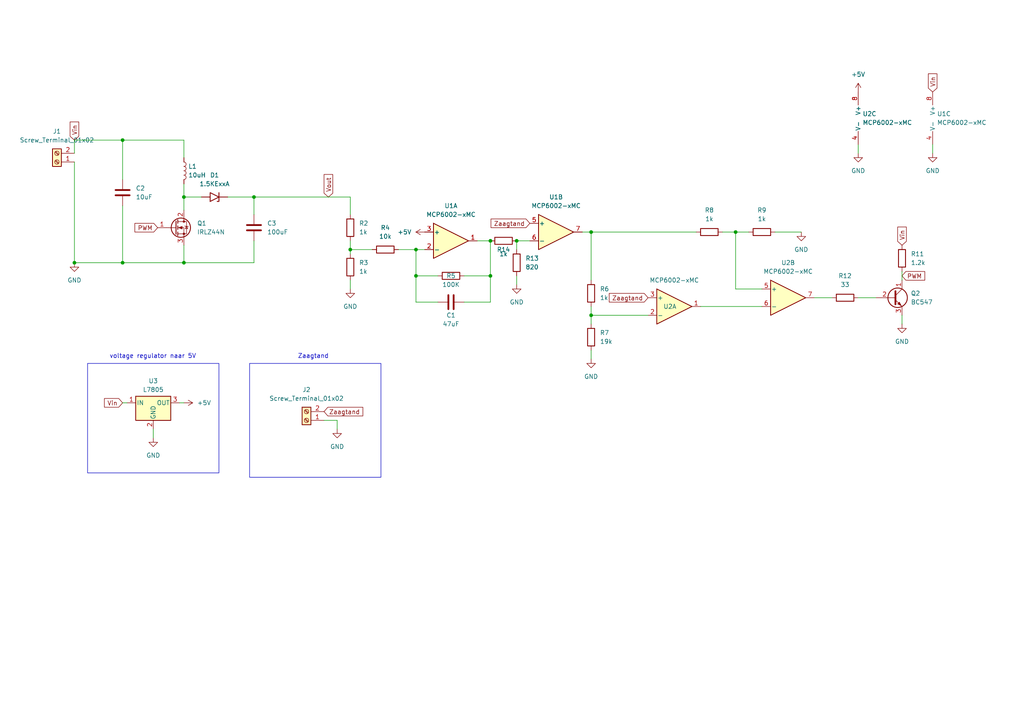
<source format=kicad_sch>
(kicad_sch (version 20230121) (generator eeschema)
  (paper "A4")
  (lib_symbols
    (symbol "Amplifier_Operational:MCP6002-xMC" (pin_names (offset 0.127))
      (property "Reference" "U" (at 0 5.08 0))
      (property "Value" "MCP6002-xMC" (at 0 -5.08 0))
      (symbol "MCP6002-xMC_1_1"
        (polyline (pts (xy -5.08 5.08) (xy 5.08 0) (xy -5.08 -5.08) (xy -5.08 5.08)) (stroke (width 0.254)) (fill (type background)))
        (pin output line (at 7.62 0 180) (length 2.54) (name "~") (number "1"))
        (pin input line (at -7.62 -2.54 0) (length 2.54) (name "-") (number "2"))
        (pin input line (at -7.62 2.54 0) (length 2.54) (name "+") (number "3"))
      )
      (symbol "MCP6002-xMC_2_1"
        (polyline (pts (xy -5.08 5.08) (xy 5.08 0) (xy -5.08 -5.08) (xy -5.08 5.08)) (stroke (width 0.254)) (fill (type background)))
        (pin input line (at -7.62 2.54 0) (length 2.54) (name "+") (number "5"))
        (pin input line (at -7.62 -2.54 0) (length 2.54) (name "-") (number "6"))
        (pin output line (at 7.62 0 180) (length 2.54) (name "~") (number "7"))
      )
      (symbol "MCP6002-xMC_3_1"
        (pin power_in line (at -2.54 -7.62 90) (length 3.81) (name "V-") (number "4"))
        (pin power_in line (at -2.54 7.62 270) (length 3.81) (name "V+") (number "8"))
        (pin passive line (at -2.54 -7.62 90) (length 3.81) hide (name "V-") (number "9"))
      )
    )
    (symbol "Connector:Screw_Terminal_01x02" (pin_names (offset 1.016) hide)
      (property "Reference" "J" (at 0 2.54 0))
      (property "Value" "Screw_Terminal_01x02" (at 0 -5.08 0))
      (symbol "Screw_Terminal_01x02_1_1"
        (rectangle (start -1.27 1.27) (end 1.27 -3.81) (stroke (width 0.254)) (fill (type background)))
        (circle (center 0 -2.54) (radius 0.635) (stroke (width 0.1524)))
        (polyline (pts (xy -0.5334 -2.2098) (xy 0.3302 -3.048)) (stroke (width 0.1524)))
        (polyline (pts (xy -0.5334 0.3302) (xy 0.3302 -0.508)) (stroke (width 0.1524)))
        (polyline (pts (xy -0.3556 -2.032) (xy 0.508 -2.8702)) (stroke (width 0.1524)))
        (polyline (pts (xy -0.3556 0.508) (xy 0.508 -0.3302)) (stroke (width 0.1524)))
        (circle (center 0 0) (radius 0.635) (stroke (width 0.1524)))
        (pin passive line (at -5.08 0 0) (length 3.81) (name "Pin_1") (number "1"))
        (pin passive line (at -5.08 -2.54 0) (length 3.81) (name "Pin_2") (number "2"))
      )
    )
    (symbol "Device:C" (pin_numbers hide) (pin_names (offset 0.254))
      (property "Reference" "C" (at 0.635 2.54 0))
      (property "Value" "C" (at 0.635 -2.54 0))
      (symbol "C_0_1"
        (polyline (pts (xy -2.032 -0.762) (xy 2.032 -0.762)) (stroke (width 0.508)))
        (polyline (pts (xy -2.032 0.762) (xy 2.032 0.762)) (stroke (width 0.508)))
      )
      (symbol "C_1_1"
        (pin passive line (at 0 3.81 270) (length 2.794) (name "~") (number "1"))
        (pin passive line (at 0 -3.81 90) (length 2.794) (name "~") (number "2"))
      )
    )
    (symbol "Device:L" (pin_numbers hide) (pin_names (offset 1.016) hide)
      (property "Reference" "L" (at -1.27 0 90))
      (property "Value" "L" (at 1.905 0 90))
      (symbol "L_0_1"
        (arc (start 0 -2.54) (mid 0.6323 -1.905) (end 0 -1.27))
        (arc (start 0 -1.27) (mid 0.6323 -0.635) (end 0 0))
        (arc (start 0 0) (mid 0.6323 0.635) (end 0 1.27))
        (arc (start 0 1.27) (mid 0.6323 1.905) (end 0 2.54))
      )
      (symbol "L_1_1"
        (pin passive line (at 0 3.81 270) (length 1.27) (name "1") (number "1"))
        (pin passive line (at 0 -3.81 90) (length 1.27) (name "2") (number "2"))
      )
    )
    (symbol "Device:R" (pin_numbers hide) (pin_names (offset 0))
      (property "Reference" "R" (at 2.032 0 90))
      (property "Value" "R" (at 0 0 90))
      (symbol "R_0_1"
        (rectangle (start -1.016 -2.54) (end 1.016 2.54) (stroke (width 0.254)))
      )
      (symbol "R_1_1"
        (pin passive line (at 0 3.81 270) (length 1.27) (name "~") (number "1"))
        (pin passive line (at 0 -3.81 90) (length 1.27) (name "~") (number "2"))
      )
    )
    (symbol "Diode:1.5KExxA" (pin_numbers hide) (pin_names (offset 1.016) hide)
      (property "Reference" "D" (at 0 2.54 0))
      (property "Value" "1.5KExxA" (at 0 -2.54 0))
      (symbol "1.5KExxA_0_1"
        (polyline (pts (xy -0.762 1.27) (xy -1.27 1.27) (xy -1.27 -1.27)) (stroke (width 0.254)))
        (polyline (pts (xy 1.27 1.27) (xy 1.27 -1.27) (xy -1.27 0) (xy 1.27 1.27)) (stroke (width 0.254)))
      )
      (symbol "1.5KExxA_1_1"
        (pin passive line (at -3.81 0 0) (length 2.54) (name "A1") (number "1"))
        (pin passive line (at 3.81 0 180) (length 2.54) (name "A2") (number "2"))
      )
    )
    (symbol "Regulator_Linear:L7805" (pin_names (offset 0.254))
      (property "Reference" "U" (at -3.81 3.175 0))
      (property "Value" "L7805" (at 0 3.175 0))
      (symbol "L7805_0_1"
        (rectangle (start -5.08 1.905) (end 5.08 -5.08) (stroke (width 0.254)) (fill (type background)))
      )
      (symbol "L7805_1_1"
        (pin power_in line (at -7.62 0 0) (length 2.54) (name "IN") (number "1"))
        (pin power_in line (at 0 -7.62 90) (length 2.54) (name "GND") (number "2"))
        (pin power_out line (at 7.62 0 180) (length 2.54) (name "OUT") (number "3"))
      )
    )
    (symbol "Transistor_BJT:BC547" (pin_names (offset 0) hide)
      (property "Reference" "Q" (at 5.08 1.905 0))
      (property "Value" "BC547" (at 5.08 0 0))
      (symbol "BC547_0_1"
        (polyline (pts (xy 0 0) (xy 0.635 0)))
        (polyline (pts (xy 0.635 0.635) (xy 2.54 2.54)))
        (polyline (pts (xy 0.635 -0.635) (xy 2.54 -2.54) (xy 2.54 -2.54)))
        (polyline (pts (xy 0.635 1.905) (xy 0.635 -1.905) (xy 0.635 -1.905)) (stroke (width 0.508)))
        (polyline (pts (xy 1.27 -1.778) (xy 1.778 -1.27) (xy 2.286 -2.286) (xy 1.27 -1.778) (xy 1.27 -1.778)) (fill (type outline)))
        (circle (center 1.27 0) (radius 2.8194) (stroke (width 0.254)))
      )
      (symbol "BC547_1_1"
        (pin passive line (at 2.54 5.08 270) (length 2.54) (name "C") (number "1"))
        (pin input line (at -5.08 0 0) (length 5.08) (name "B") (number "2"))
        (pin passive line (at 2.54 -5.08 90) (length 2.54) (name "E") (number "3"))
      )
    )
    (symbol "Transistor_FET:IRLZ44N" (pin_names hide)
      (property "Reference" "Q" (at 6.35 1.905 0))
      (property "Value" "IRLZ44N" (at 6.35 0 0))
      (symbol "IRLZ44N_0_1"
        (polyline (pts (xy 0.254 0) (xy -2.54 0)))
        (polyline (pts (xy 0.254 1.905) (xy 0.254 -1.905)) (stroke (width 0.254)))
        (polyline (pts (xy 0.762 -1.27) (xy 0.762 -2.286)) (stroke (width 0.254)))
        (polyline (pts (xy 0.762 0.508) (xy 0.762 -0.508)) (stroke (width 0.254)))
        (polyline (pts (xy 0.762 2.286) (xy 0.762 1.27)) (stroke (width 0.254)))
        (polyline (pts (xy 2.54 2.54) (xy 2.54 1.778)))
        (polyline (pts (xy 2.54 -2.54) (xy 2.54 0) (xy 0.762 0)))
        (polyline (pts (xy 0.762 -1.778) (xy 3.302 -1.778) (xy 3.302 1.778) (xy 0.762 1.778)))
        (polyline (pts (xy 1.016 0) (xy 2.032 0.381) (xy 2.032 -0.381) (xy 1.016 0)) (fill (type outline)))
        (polyline (pts (xy 2.794 0.508) (xy 2.921 0.381) (xy 3.683 0.381) (xy 3.81 0.254)))
        (polyline (pts (xy 3.302 0.381) (xy 2.921 -0.254) (xy 3.683 -0.254) (xy 3.302 0.381)))
        (circle (center 1.651 0) (radius 2.794) (stroke (width 0.254)))
        (circle (center 2.54 -1.778) (radius 0.254) (fill (type outline)))
        (circle (center 2.54 1.778) (radius 0.254) (fill (type outline)))
      )
      (symbol "IRLZ44N_1_1"
        (pin input line (at -5.08 0 0) (length 2.54) (name "G") (number "1"))
        (pin passive line (at 2.54 5.08 270) (length 2.54) (name "D") (number "2"))
        (pin passive line (at 2.54 -5.08 90) (length 2.54) (name "S") (number "3"))
      )
    )
    (symbol "power:+5V" (power) (pin_names (offset 0))
      (property "Value" "+5V" (at 0 3.556 0))
      (symbol "+5V_0_1"
        (polyline (pts (xy -0.762 1.27) (xy 0 2.54)))
        (polyline (pts (xy 0 0) (xy 0 2.54)))
        (polyline (pts (xy 0 2.54) (xy 0.762 1.27)))
      )
      (symbol "+5V_1_1"
        (pin power_in line (at 0 0 90) (length 0) hide (name "+5V") (number "1"))
      )
    )
    (symbol "power:GND" (power) (pin_names (offset 0))
      (property "Value" "GND" (at 0 -3.81 0))
      (symbol "GND_0_1"
        (polyline (pts (xy 0 0) (xy 0 -1.27) (xy 1.27 -1.27) (xy 0 -2.54) (xy -1.27 -1.27) (xy 0 -1.27)))
      )
      (symbol "GND_1_1"
        (pin power_in line (at 0 0 270) (length 0) hide (name "GND") (number "1"))
      )
    )
  )
  (junction (at 120.65 72.39))
  (junction (at 35.56 76.2))
  (junction (at 21.59 76.2))
  (junction (at 53.34 76.2))
  (junction (at 171.45 67.31))
  (junction (at 53.34 57.15))
  (junction (at 120.65 80.01))
  (junction (at 73.66 57.15))
  (junction (at 149.86 69.85))
  (junction (at 142.24 80.01))
  (junction (at 35.56 40.64))
  (junction (at 142.24 69.85))
  (junction (at 171.45 91.44))
  (junction (at 101.6 72.39))
  (junction (at 213.36 67.31))
  (wire (pts (xy 73.66 57.15) (xy 73.66 62.23)))
  (wire (pts (xy 209.55 67.31) (xy 213.36 67.31)))
  (wire (pts (xy 149.86 69.85) (xy 153.67 69.85)))
  (wire (pts (xy 224.79 67.31) (xy 232.41 67.31)))
  (wire (pts (xy 261.62 91.44) (xy 261.62 93.98)))
  (wire (pts (xy 213.36 67.31) (xy 217.17 67.31)))
  (wire (pts (xy 142.24 69.85) (xy 138.43 69.85)))
  (wire (pts (xy 213.36 67.31) (xy 213.36 83.82)))
  (wire (pts (xy 270.51 41.91) (xy 270.51 44.45)))
  (wire (pts (xy 53.34 40.64) (xy 53.34 45.72)))
  (wire (pts (xy 44.45 124.46) (xy 44.45 127)))
  (wire (pts (xy 203.2 88.9) (xy 220.98 88.9)))
  (wire (pts (xy 97.79 121.92) (xy 97.79 124.46)))
  (wire (pts (xy 120.65 87.63) (xy 127 87.63)))
  (wire (pts (xy 35.56 59.69) (xy 35.56 76.2)))
  (wire (pts (xy 101.6 81.28) (xy 101.6 83.82)))
  (wire (pts (xy 171.45 88.9) (xy 171.45 91.44)))
  (wire (pts (xy 149.86 80.01) (xy 149.86 82.55)))
  (wire (pts (xy 21.59 76.2) (xy 35.56 76.2)))
  (wire (pts (xy 134.62 80.01) (xy 142.24 80.01)))
  (wire (pts (xy 73.66 57.15) (xy 101.6 57.15)))
  (wire (pts (xy 168.91 67.31) (xy 171.45 67.31)))
  (wire (pts (xy 93.98 121.92) (xy 97.79 121.92)))
  (wire (pts (xy 53.34 57.15) (xy 58.42 57.15)))
  (wire (pts (xy 35.56 40.64) (xy 35.56 52.07)))
  (wire (pts (xy 171.45 91.44) (xy 171.45 93.98)))
  (wire (pts (xy 73.66 69.85) (xy 73.66 76.2)))
  (wire (pts (xy 149.86 69.85) (xy 149.86 72.39)))
  (wire (pts (xy 53.34 116.84) (xy 52.07 116.84)))
  (wire (pts (xy 213.36 83.82) (xy 220.98 83.82)))
  (wire (pts (xy 53.34 53.34) (xy 53.34 57.15)))
  (wire (pts (xy 171.45 67.31) (xy 201.93 67.31)))
  (wire (pts (xy 171.45 67.31) (xy 171.45 81.28)))
  (wire (pts (xy 35.56 40.64) (xy 53.34 40.64)))
  (wire (pts (xy 53.34 76.2) (xy 35.56 76.2)))
  (wire (pts (xy 35.56 116.84) (xy 36.83 116.84)))
  (wire (pts (xy 53.34 76.2) (xy 73.66 76.2)))
  (wire (pts (xy 53.34 71.12) (xy 53.34 76.2)))
  (wire (pts (xy 248.92 86.36) (xy 254 86.36)))
  (wire (pts (xy 248.92 41.91) (xy 248.92 44.45)))
  (wire (pts (xy 120.65 80.01) (xy 127 80.01)))
  (wire (pts (xy 101.6 57.15) (xy 101.6 62.23)))
  (wire (pts (xy 21.59 46.99) (xy 21.59 76.2)))
  (wire (pts (xy 101.6 72.39) (xy 101.6 73.66)))
  (wire (pts (xy 115.57 72.39) (xy 120.65 72.39)))
  (wire (pts (xy 171.45 101.6) (xy 171.45 104.14)))
  (wire (pts (xy 101.6 72.39) (xy 107.95 72.39)))
  (wire (pts (xy 134.62 87.63) (xy 142.24 87.63)))
  (wire (pts (xy 261.62 78.74) (xy 261.62 81.28)))
  (wire (pts (xy 21.59 40.64) (xy 35.56 40.64)))
  (wire (pts (xy 120.65 80.01) (xy 120.65 87.63)))
  (wire (pts (xy 142.24 69.85) (xy 142.24 80.01)))
  (wire (pts (xy 101.6 69.85) (xy 101.6 72.39)))
  (wire (pts (xy 21.59 40.64) (xy 21.59 44.45)))
  (wire (pts (xy 171.45 91.44) (xy 187.96 91.44)))
  (wire (pts (xy 120.65 72.39) (xy 123.19 72.39)))
  (wire (pts (xy 236.22 86.36) (xy 241.3 86.36)))
  (wire (pts (xy 53.34 57.15) (xy 53.34 60.96)))
  (wire (pts (xy 120.65 72.39) (xy 120.65 80.01)))
  (wire (pts (xy 142.24 80.01) (xy 142.24 87.63)))
  (wire (pts (xy 66.04 57.15) (xy 73.66 57.15)))
  (rectangle (start 72.39 105.41) (end 110.49 138.43))
  (rectangle (start 25.4 105.41) (end 63.5 137.16))
  (text "voltage regulator naar 5V" (at 31.75 104.14 0) (effects (font (size 1.27 1.27)) (justify left bottom)))
  (text "Zaagtand\n" (at 86.36 104.14 0) (effects (font (size 1.27 1.27)) (justify left bottom)))
  (global_label "Zaagtand" (shape input) (at 93.98 119.38 0) (property "Intersheetrefs" "${INTERSHEET_REFS}" (effects hide)))
  (global_label "Zaagtand" (shape input) (at 153.67 64.77 180) (property "Intersheetrefs" "${INTERSHEET_REFS}" (effects hide)))
  (global_label "Vout" (shape input) (at 95.25 57.15 90) (property "Intersheetrefs" "${INTERSHEET_REFS}" (effects hide)))
  (global_label "Vin" (shape input) (at 35.56 116.84 180) (property "Intersheetrefs" "${INTERSHEET_REFS}" (effects hide)))
  (global_label "PWM" (shape input) (at 45.72 66.04 180) (property "Intersheetrefs" "${INTERSHEET_REFS}" (effects hide)))
  (global_label "PWM" (shape input) (at 261.62 80.01 0) (property "Intersheetrefs" "${INTERSHEET_REFS}" (effects hide)))
  (global_label "Vin" (shape input) (at 270.51 26.67 90) (property "Intersheetrefs" "${INTERSHEET_REFS}" (effects hide)))
  (global_label "Vin" (shape input) (at 261.62 71.12 90) (property "Intersheetrefs" "${INTERSHEET_REFS}" (effects hide)))
  (global_label "Vin" (shape input) (at 21.59 40.64 90) (property "Intersheetrefs" "${INTERSHEET_REFS}" (effects hide)))
  (global_label "Zaagtand" (shape input) (at 187.96 86.36 180) (property "Intersheetrefs" "${INTERSHEET_REFS}" (effects hide)))
  (symbol (lib_id "Device:C") (at 130.81 87.63 90) (unit 1)
    (property "Reference" "C1" (at 130.81 91.44 90))
    (property "Value" "47uF" (at 130.81 93.98 90))
    (property "Footprint" "Capacitor_SMD:C_0805_2012Metric_Pad1.18x1.45mm_HandSolder" (effects hide))
  )
  (symbol (lib_id "Connector:Screw_Terminal_01x02") (at 88.9 121.92 180) (unit 1)
    (property "Reference" "J2" (at 88.9 113.03 0))
    (property "Value" "Screw_Terminal_01x02" (at 88.9 115.57 0))
    (property "Footprint" "TerminalBlock:TerminalBlock_Altech_AK300-2_P5.00mm" (effects hide))
  )
  (symbol (lib_id "Amplifier_Operational:MCP6002-xMC") (at 161.29 67.31 0) (unit 2)
    (property "Reference" "U1" (at 161.29 57.15 0))
    (property "Value" "MCP6002-xMC" (at 161.29 59.69 0))
    (property "Footprint" "Package_DFN_QFN:DFN-8-1EP_3x2mm_P0.5mm_EP1.75x1.45mm" (effects hide))
    (property "Datasheet" "http://ww1.microchip.com/downloads/en/DeviceDoc/21733j.pdf" (effects hide))
  )
  (symbol (lib_id "Device:R") (at 205.74 67.31 90) (unit 1)
    (property "Reference" "R8" (at 205.74 60.96 90))
    (property "Value" "1k" (at 205.74 63.5 90))
    (property "Footprint" "Resistor_SMD:R_0805_2012Metric_Pad1.20x1.40mm_HandSolder" (effects hide))
  )
  (symbol (lib_id "power:GND") (at 97.79 124.46 0) (unit 1)
    (property "Reference" "#PWR010" (effects hide))
    (property "Value" "GND" (at 97.79 129.54 0))
  )
  (symbol (lib_id "power:GND") (at 21.59 76.2 0) (unit 1)
    (property "Reference" "#PWR09" (effects hide))
    (property "Value" "GND" (at 21.59 81.28 0))
  )
  (symbol (lib_id "Device:R") (at 171.45 97.79 0) (unit 1)
    (property "Reference" "R7" (at 173.99 96.52 0) (effects (justify left)))
    (property "Value" "19k" (at 173.99 99.06 0) (effects (justify left)))
    (property "Footprint" "Resistor_SMD:R_0805_2012Metric_Pad1.20x1.40mm_HandSolder" (effects hide))
  )
  (symbol (lib_id "power:GND") (at 261.62 93.98 0) (unit 1)
    (property "Reference" "#PWR06" (effects hide))
    (property "Value" "GND" (at 261.62 99.06 0))
  )
  (symbol (lib_id "Device:R") (at 245.11 86.36 90) (unit 1)
    (property "Reference" "R12" (at 245.11 80.01 90))
    (property "Value" "33" (at 245.11 82.55 90))
    (property "Footprint" "Resistor_SMD:R_0805_2012Metric_Pad1.20x1.40mm_HandSolder" (effects hide))
  )
  (symbol (lib_id "Device:R") (at 130.81 80.01 270) (unit 1)
    (property "Reference" "R5" (at 130.81 80.01 90))
    (property "Value" "100K" (at 130.81 82.55 90))
    (property "Footprint" "Resistor_SMD:R_0805_2012Metric_Pad1.20x1.40mm_HandSolder" (effects hide))
  )
  (symbol (lib_id "Device:R") (at 149.86 76.2 0) (unit 1)
    (property "Reference" "R13" (at 152.4 74.93 0) (effects (justify left)))
    (property "Value" "820" (at 152.4 77.47 0) (effects (justify left)))
    (property "Footprint" "Resistor_SMD:R_0805_2012Metric_Pad1.20x1.40mm_HandSolder" (effects hide))
  )
  (symbol (lib_id "Amplifier_Operational:MCP6002-xMC") (at 251.46 34.29 0) (unit 3)
    (property "Reference" "U2" (at 250.19 33.02 0) (effects (justify left)))
    (property "Value" "MCP6002-xMC" (at 250.19 35.56 0) (effects (justify left)))
    (property "Footprint" "Package_DFN_QFN:DFN-8-1EP_3x2mm_P0.5mm_EP1.75x1.45mm" (effects hide))
    (property "Datasheet" "http://ww1.microchip.com/downloads/en/DeviceDoc/21733j.pdf" (effects hide))
  )
  (symbol (lib_id "power:GND") (at 248.92 44.45 0) (unit 1)
    (property "Reference" "#PWR02" (effects hide))
    (property "Value" "GND" (at 248.92 49.53 0))
  )
  (symbol (lib_id "Device:C") (at 73.66 66.04 180) (unit 1)
    (property "Reference" "C3" (at 77.47 64.77 0) (effects (justify right)))
    (property "Value" "100uF" (at 77.47 67.31 0) (effects (justify right)))
    (property "Footprint" "Capacitor_SMD:C_0805_2012Metric_Pad1.18x1.45mm_HandSolder" (effects hide))
  )
  (symbol (lib_id "power:GND") (at 171.45 104.14 0) (unit 1)
    (property "Reference" "#PWR04" (effects hide))
    (property "Value" "GND" (at 171.45 109.22 0))
  )
  (symbol (lib_id "Transistor_BJT:BC547") (at 259.08 86.36 0) (unit 1)
    (property "Reference" "Q2" (at 264.16 85.09 0) (effects (justify left)))
    (property "Value" "BC547" (at 264.16 87.63 0) (effects (justify left)))
    (property "Footprint" "Package_TO_SOT_THT:TO-92_Inline" (effects hide))
    (property "Datasheet" "https://www.onsemi.com/pub/Collateral/BC550-D.pdf" (effects hide))
  )
  (symbol (lib_id "power:+5V") (at 53.34 116.84 270) (unit 1)
    (property "Reference" "#PWR011" (effects hide))
    (property "Value" "+5V" (at 57.15 116.84 90) (effects (justify left)))
  )
  (symbol (lib_id "Amplifier_Operational:MCP6002-xMC") (at 195.58 88.9 0) (unit 1)
    (property "Reference" "U2" (at 194.31 88.9 0))
    (property "Value" "MCP6002-xMC" (at 195.58 81.28 0))
    (property "Footprint" "Package_DFN_QFN:DFN-8-1EP_3x2mm_P0.5mm_EP1.75x1.45mm" (effects hide))
    (property "Datasheet" "http://ww1.microchip.com/downloads/en/DeviceDoc/21733j.pdf" (effects hide))
  )
  (symbol (lib_id "Regulator_Linear:L7805") (at 44.45 116.84 0) (unit 1)
    (property "Reference" "U3" (at 44.45 110.49 0))
    (property "Value" "L7805" (at 44.45 113.03 0))
    (property "Footprint" "Package_SO:SOIC-8-1EP_3.9x4.9mm_P1.27mm_EP2.29x3mm" (effects hide))
    (property "Datasheet" "http://www.st.com/content/ccc/resource/technical/document/datasheet/41/4f/b3/b0/12/d4/47/88/CD00000444.pdf/files/CD00000444.pdf/jcr:content/translations/en.CD00000444.pdf" (effects hide))
  )
  (symbol (lib_id "Device:R") (at 111.76 72.39 90) (unit 1)
    (property "Reference" "R4" (at 111.76 66.04 90))
    (property "Value" "10k" (at 111.76 68.58 90))
    (property "Footprint" "Resistor_SMD:R_0805_2012Metric_Pad1.20x1.40mm_HandSolder" (effects hide))
  )
  (symbol (lib_id "Device:R") (at 101.6 66.04 0) (unit 1)
    (property "Reference" "R2" (at 104.14 64.77 0) (effects (justify left)))
    (property "Value" "1k" (at 104.14 67.31 0) (effects (justify left)))
    (property "Footprint" "Resistor_SMD:R_0805_2012Metric_Pad1.20x1.40mm_HandSolder" (effects hide))
  )
  (symbol (lib_id "Diode:1.5KExxA") (at 62.23 57.15 180) (unit 1)
    (property "Reference" "D1" (at 62.23 50.8 0))
    (property "Value" "1.5KExxA" (at 62.23 53.34 0))
    (property "Footprint" "Diode_THT:D_DO-201AE_P15.24mm_Horizontal" (effects hide))
    (property "Datasheet" "https://www.vishay.com/docs/88301/15ke.pdf" (effects hide))
  )
  (symbol (lib_id "power:+5V") (at 123.19 67.31 90) (unit 1)
    (property "Reference" "#PWR013" (effects hide))
    (property "Value" "+5V" (at 119.38 67.31 90) (effects (justify left)))
  )
  (symbol (lib_id "Device:R") (at 261.62 74.93 0) (unit 1)
    (property "Reference" "R11" (at 264.16 73.66 0) (effects (justify left)))
    (property "Value" "1.2k" (at 264.16 76.2 0) (effects (justify left)))
    (property "Footprint" "Resistor_SMD:R_0805_2012Metric_Pad1.20x1.40mm_HandSolder" (effects hide))
  )
  (symbol (lib_id "Amplifier_Operational:MCP6002-xMC") (at 273.05 34.29 0) (unit 3)
    (property "Reference" "U1" (at 271.78 33.02 0) (effects (justify left)))
    (property "Value" "MCP6002-xMC" (at 271.78 35.56 0) (effects (justify left)))
    (property "Footprint" "Package_DFN_QFN:DFN-8-1EP_3x2mm_P0.5mm_EP1.75x1.45mm" (effects hide))
    (property "Datasheet" "http://ww1.microchip.com/downloads/en/DeviceDoc/21733j.pdf" (effects hide))
  )
  (symbol (lib_id "Amplifier_Operational:MCP6002-xMC") (at 130.81 69.85 0) (unit 1)
    (property "Reference" "U1" (at 130.81 59.69 0))
    (property "Value" "MCP6002-xMC" (at 130.81 62.23 0))
    (property "Footprint" "Package_DFN_QFN:DFN-8-1EP_3x2mm_P0.5mm_EP1.75x1.45mm" (effects hide))
    (property "Datasheet" "http://ww1.microchip.com/downloads/en/DeviceDoc/21733j.pdf" (effects hide))
  )
  (symbol (lib_id "power:GND") (at 44.45 127 0) (unit 1)
    (property "Reference" "#PWR08" (effects hide))
    (property "Value" "GND" (at 44.45 132.08 0))
  )
  (symbol (lib_id "power:GND") (at 232.41 67.31 0) (unit 1)
    (property "Reference" "#PWR03" (effects hide))
    (property "Value" "GND" (at 232.41 72.39 0))
  )
  (symbol (lib_id "Device:R") (at 146.05 69.85 90) (unit 1)
    (property "Reference" "R14" (at 146.05 72.39 90))
    (property "Value" "1k" (at 146.05 73.66 90))
    (property "Footprint" "Resistor_SMD:R_0805_2012Metric_Pad1.20x1.40mm_HandSolder" (effects hide))
  )
  (symbol (lib_id "Connector:Screw_Terminal_01x02") (at 16.51 46.99 180) (unit 1)
    (property "Reference" "J1" (at 16.51 38.1 0))
    (property "Value" "Screw_Terminal_01x02" (at 16.51 40.64 0))
    (property "Footprint" "TerminalBlock:TerminalBlock_Altech_AK300-2_P5.00mm" (effects hide))
  )
  (symbol (lib_id "power:GND") (at 149.86 82.55 0) (unit 1)
    (property "Reference" "#PWR07" (effects hide))
    (property "Value" "GND" (at 149.86 87.63 0))
  )
  (symbol (lib_id "Amplifier_Operational:MCP6002-xMC") (at 228.6 86.36 0) (unit 2)
    (property "Reference" "U2" (at 228.6 76.2 0))
    (property "Value" "MCP6002-xMC" (at 228.6 78.74 0))
    (property "Footprint" "Package_DFN_QFN:DFN-8-1EP_3x2mm_P0.5mm_EP1.75x1.45mm" (effects hide))
    (property "Datasheet" "http://ww1.microchip.com/downloads/en/DeviceDoc/21733j.pdf" (effects hide))
  )
  (symbol (lib_id "Transistor_FET:IRLZ44N") (at 50.8 66.04 0) (unit 1)
    (property "Reference" "Q1" (at 57.15 64.77 0) (effects (justify left)))
    (property "Value" "IRLZ44N" (at 57.15 67.31 0) (effects (justify left)))
    (property "Footprint" "Package_TO_SOT_THT:TO-220-3_Vertical" (effects hide))
    (property "Datasheet" "http://www.irf.com/product-info/datasheets/data/irlz44n.pdf" (effects hide))
  )
  (symbol (lib_id "power:GND") (at 270.51 44.45 0) (unit 1)
    (property "Reference" "#PWR05" (effects hide))
    (property "Value" "GND" (at 270.51 49.53 0))
  )
  (symbol (lib_id "Device:R") (at 220.98 67.31 90) (unit 1)
    (property "Reference" "R9" (at 220.98 60.96 90))
    (property "Value" "1k" (at 220.98 63.5 90))
    (property "Footprint" "Resistor_SMD:R_0805_2012Metric_Pad1.20x1.40mm_HandSolder" (effects hide))
  )
  (symbol (lib_id "power:GND") (at 101.6 83.82 0) (unit 1)
    (property "Reference" "#PWR01" (effects hide))
    (property "Value" "GND" (at 101.6 88.9 0))
  )
  (symbol (lib_id "Device:R") (at 171.45 85.09 0) (unit 1)
    (property "Reference" "R6" (at 173.99 83.82 0) (effects (justify left)))
    (property "Value" "1k" (at 173.99 86.36 0) (effects (justify left)))
    (property "Footprint" "Resistor_SMD:R_0805_2012Metric_Pad1.20x1.40mm_HandSolder" (effects hide))
  )
  (symbol (lib_id "Device:C") (at 35.56 55.88 180) (unit 1)
    (property "Reference" "C2" (at 39.37 54.61 0) (effects (justify right)))
    (property "Value" "10uF" (at 39.37 57.15 0) (effects (justify right)))
    (property "Footprint" "Capacitor_SMD:C_0805_2012Metric_Pad1.18x1.45mm_HandSolder" (effects hide))
  )
  (symbol (lib_id "Device:R") (at 101.6 77.47 0) (unit 1)
    (property "Reference" "R3" (at 104.14 76.2 0) (effects (justify left)))
    (property "Value" "1k" (at 104.14 78.74 0) (effects (justify left)))
    (property "Footprint" "Resistor_SMD:R_0805_2012Metric_Pad1.20x1.40mm_HandSolder" (effects hide))
  )
  (symbol (lib_id "Device:L") (at 53.34 49.53 0) (unit 1)
    (property "Reference" "L1" (at 54.61 48.26 0) (effects (justify left)))
    (property "Value" "10uH" (at 54.61 50.8 0) (effects (justify left)))
    (property "Footprint" "Inductor_SMD:L_7.3x7.3_H4.5" (effects hide))
  )
  (symbol (lib_id "power:+5V") (at 248.92 26.67 0) (unit 1)
    (property "Reference" "#PWR012" (effects hide))
    (property "Value" "+5V" (at 248.92 21.59 0))
  )
)
</source>
